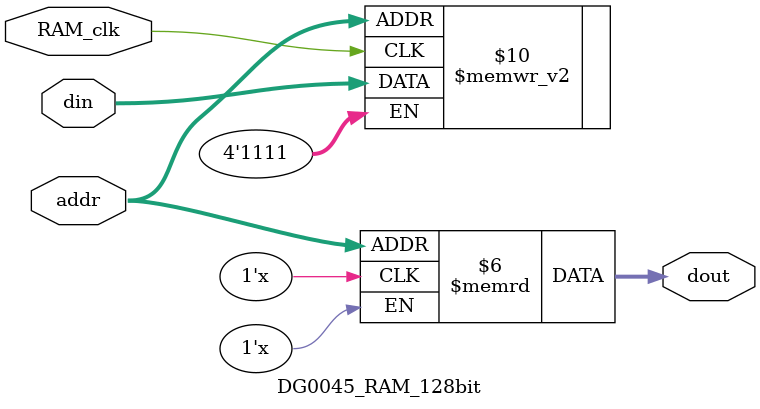
<source format=v>
/*module DG0045_RAM_256bit(
           input   wire RAM_clk  ,
           input   wire[5:0] addr ,
           input   wire[3:0]din  ,
           output wire[3:0]dout
          );
 
reg [3:0] mem [0:63];
always @(posedge RAM_clk)
begin
        mem [addr] <= din;
end

           assign   dout = mem [addr] ;

endmodule*/
module DG0045_RAM_128bit(
           input   wire RAM_clk  ,
           input   wire[4:0] addr ,
           input   wire[3:0]din  ,
           output wire[3:0]dout
          );
 
reg [3:0] mem [0:31];
 
always @(posedge RAM_clk)
begin
        mem [addr] <= din;
end

assign   dout = mem [addr] ;

endmodule

</source>
